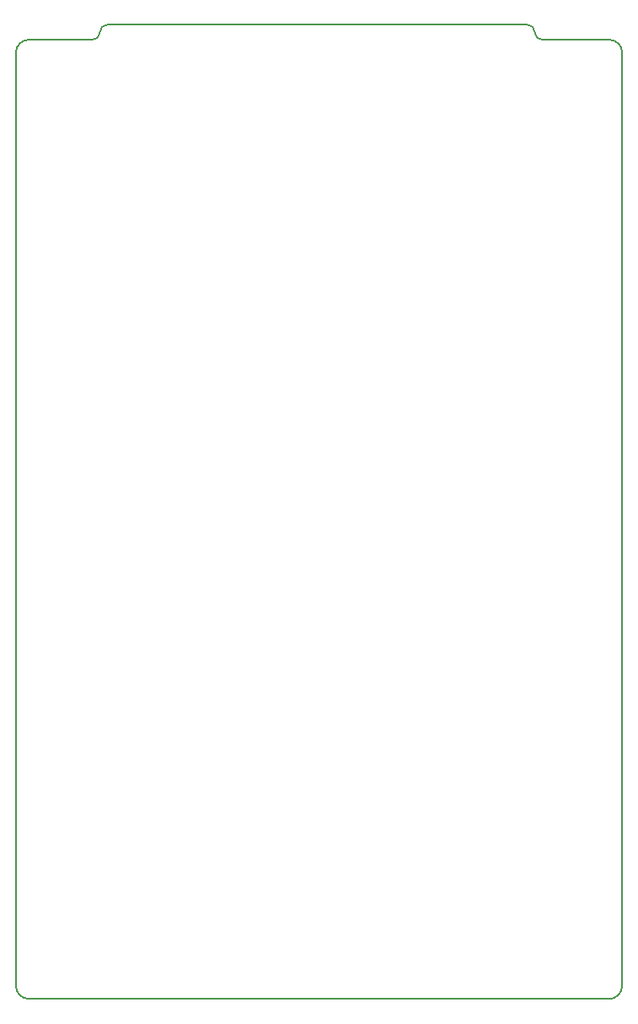
<source format=gm1>
%TF.GenerationSoftware,KiCad,Pcbnew,(5.1.6)-1*%
%TF.CreationDate,2020-11-10T13:56:35+01:00*%
%TF.ProjectId,uCurrent Meter,75437572-7265-46e7-9420-4d657465722e,rev?*%
%TF.SameCoordinates,Original*%
%TF.FileFunction,Profile,NP*%
%FSLAX46Y46*%
G04 Gerber Fmt 4.6, Leading zero omitted, Abs format (unit mm)*
G04 Created by KiCad (PCBNEW (5.1.6)-1) date 2020-11-10 13:56:35*
%MOMM*%
%LPD*%
G01*
G04 APERTURE LIST*
%TA.AperFunction,Profile*%
%ADD10C,0.150000*%
%TD*%
G04 APERTURE END LIST*
D10*
X154686000Y-56134000D02*
G75*
G02*
X153924000Y-55372000I0J762000D01*
G01*
X153162000Y-54610000D02*
G75*
G02*
X153924000Y-55372000I0J-762000D01*
G01*
X110236000Y-55372000D02*
G75*
G02*
X109474000Y-56134000I-762000J0D01*
G01*
X110236000Y-55372000D02*
G75*
G02*
X110998000Y-54610000I762000J0D01*
G01*
X110998000Y-54610000D02*
X153162000Y-54610000D01*
X103078280Y-152400000D02*
X161429700Y-152400001D01*
X162699701Y-151130000D02*
G75*
G02*
X161429700Y-152400001I-1270001J0D01*
G01*
X103078280Y-152400000D02*
G75*
G02*
X101808279Y-151129999I0J1270001D01*
G01*
X109474000Y-56134000D02*
X103077001Y-56133999D01*
X101807000Y-57404000D02*
G75*
G02*
X103077001Y-56133999I1270001J0D01*
G01*
X161429700Y-56134000D02*
X154686000Y-56134000D01*
X161429700Y-56134000D02*
G75*
G02*
X162699700Y-57404000I0J-1270000D01*
G01*
X162699700Y-57404000D02*
X162699701Y-151130000D01*
X101807000Y-57404000D02*
X101808279Y-151129999D01*
M02*

</source>
